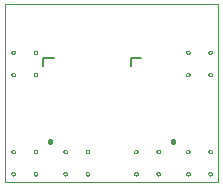
<source format=gto>
G75*
%MOIN*%
%OFA0B0*%
%FSLAX25Y25*%
%IPPOS*%
%LPD*%
%AMOC8*
5,1,8,0,0,1.08239X$1,22.5*
%
%ADD10C,0.00000*%
%ADD11C,0.01600*%
%ADD12C,0.00787*%
D10*
X0002452Y0002452D02*
X0002452Y0061507D01*
X0073318Y0061507D01*
X0073318Y0002452D01*
X0002452Y0002452D01*
X0004459Y0005050D02*
X0004461Y0005098D01*
X0004467Y0005146D01*
X0004477Y0005193D01*
X0004490Y0005239D01*
X0004508Y0005284D01*
X0004528Y0005328D01*
X0004553Y0005370D01*
X0004581Y0005409D01*
X0004611Y0005446D01*
X0004645Y0005480D01*
X0004682Y0005512D01*
X0004720Y0005541D01*
X0004761Y0005566D01*
X0004804Y0005588D01*
X0004849Y0005606D01*
X0004895Y0005620D01*
X0004942Y0005631D01*
X0004990Y0005638D01*
X0005038Y0005641D01*
X0005086Y0005640D01*
X0005134Y0005635D01*
X0005182Y0005626D01*
X0005228Y0005614D01*
X0005273Y0005597D01*
X0005317Y0005577D01*
X0005359Y0005554D01*
X0005399Y0005527D01*
X0005437Y0005497D01*
X0005472Y0005464D01*
X0005504Y0005428D01*
X0005534Y0005390D01*
X0005560Y0005349D01*
X0005582Y0005306D01*
X0005602Y0005262D01*
X0005617Y0005217D01*
X0005629Y0005170D01*
X0005637Y0005122D01*
X0005641Y0005074D01*
X0005641Y0005026D01*
X0005637Y0004978D01*
X0005629Y0004930D01*
X0005617Y0004883D01*
X0005602Y0004838D01*
X0005582Y0004794D01*
X0005560Y0004751D01*
X0005534Y0004710D01*
X0005504Y0004672D01*
X0005472Y0004636D01*
X0005437Y0004603D01*
X0005399Y0004573D01*
X0005359Y0004546D01*
X0005317Y0004523D01*
X0005273Y0004503D01*
X0005228Y0004486D01*
X0005182Y0004474D01*
X0005134Y0004465D01*
X0005086Y0004460D01*
X0005038Y0004459D01*
X0004990Y0004462D01*
X0004942Y0004469D01*
X0004895Y0004480D01*
X0004849Y0004494D01*
X0004804Y0004512D01*
X0004761Y0004534D01*
X0004720Y0004559D01*
X0004682Y0004588D01*
X0004645Y0004620D01*
X0004611Y0004654D01*
X0004581Y0004691D01*
X0004553Y0004730D01*
X0004528Y0004772D01*
X0004508Y0004816D01*
X0004490Y0004861D01*
X0004477Y0004907D01*
X0004467Y0004954D01*
X0004461Y0005002D01*
X0004459Y0005050D01*
X0004459Y0012452D02*
X0004461Y0012500D01*
X0004467Y0012548D01*
X0004477Y0012595D01*
X0004490Y0012641D01*
X0004508Y0012686D01*
X0004528Y0012730D01*
X0004553Y0012772D01*
X0004581Y0012811D01*
X0004611Y0012848D01*
X0004645Y0012882D01*
X0004682Y0012914D01*
X0004720Y0012943D01*
X0004761Y0012968D01*
X0004804Y0012990D01*
X0004849Y0013008D01*
X0004895Y0013022D01*
X0004942Y0013033D01*
X0004990Y0013040D01*
X0005038Y0013043D01*
X0005086Y0013042D01*
X0005134Y0013037D01*
X0005182Y0013028D01*
X0005228Y0013016D01*
X0005273Y0012999D01*
X0005317Y0012979D01*
X0005359Y0012956D01*
X0005399Y0012929D01*
X0005437Y0012899D01*
X0005472Y0012866D01*
X0005504Y0012830D01*
X0005534Y0012792D01*
X0005560Y0012751D01*
X0005582Y0012708D01*
X0005602Y0012664D01*
X0005617Y0012619D01*
X0005629Y0012572D01*
X0005637Y0012524D01*
X0005641Y0012476D01*
X0005641Y0012428D01*
X0005637Y0012380D01*
X0005629Y0012332D01*
X0005617Y0012285D01*
X0005602Y0012240D01*
X0005582Y0012196D01*
X0005560Y0012153D01*
X0005534Y0012112D01*
X0005504Y0012074D01*
X0005472Y0012038D01*
X0005437Y0012005D01*
X0005399Y0011975D01*
X0005359Y0011948D01*
X0005317Y0011925D01*
X0005273Y0011905D01*
X0005228Y0011888D01*
X0005182Y0011876D01*
X0005134Y0011867D01*
X0005086Y0011862D01*
X0005038Y0011861D01*
X0004990Y0011864D01*
X0004942Y0011871D01*
X0004895Y0011882D01*
X0004849Y0011896D01*
X0004804Y0011914D01*
X0004761Y0011936D01*
X0004720Y0011961D01*
X0004682Y0011990D01*
X0004645Y0012022D01*
X0004611Y0012056D01*
X0004581Y0012093D01*
X0004553Y0012132D01*
X0004528Y0012174D01*
X0004508Y0012218D01*
X0004490Y0012263D01*
X0004477Y0012309D01*
X0004467Y0012356D01*
X0004461Y0012404D01*
X0004459Y0012452D01*
X0011861Y0012452D02*
X0011863Y0012500D01*
X0011869Y0012548D01*
X0011879Y0012595D01*
X0011892Y0012641D01*
X0011910Y0012686D01*
X0011930Y0012730D01*
X0011955Y0012772D01*
X0011983Y0012811D01*
X0012013Y0012848D01*
X0012047Y0012882D01*
X0012084Y0012914D01*
X0012122Y0012943D01*
X0012163Y0012968D01*
X0012206Y0012990D01*
X0012251Y0013008D01*
X0012297Y0013022D01*
X0012344Y0013033D01*
X0012392Y0013040D01*
X0012440Y0013043D01*
X0012488Y0013042D01*
X0012536Y0013037D01*
X0012584Y0013028D01*
X0012630Y0013016D01*
X0012675Y0012999D01*
X0012719Y0012979D01*
X0012761Y0012956D01*
X0012801Y0012929D01*
X0012839Y0012899D01*
X0012874Y0012866D01*
X0012906Y0012830D01*
X0012936Y0012792D01*
X0012962Y0012751D01*
X0012984Y0012708D01*
X0013004Y0012664D01*
X0013019Y0012619D01*
X0013031Y0012572D01*
X0013039Y0012524D01*
X0013043Y0012476D01*
X0013043Y0012428D01*
X0013039Y0012380D01*
X0013031Y0012332D01*
X0013019Y0012285D01*
X0013004Y0012240D01*
X0012984Y0012196D01*
X0012962Y0012153D01*
X0012936Y0012112D01*
X0012906Y0012074D01*
X0012874Y0012038D01*
X0012839Y0012005D01*
X0012801Y0011975D01*
X0012761Y0011948D01*
X0012719Y0011925D01*
X0012675Y0011905D01*
X0012630Y0011888D01*
X0012584Y0011876D01*
X0012536Y0011867D01*
X0012488Y0011862D01*
X0012440Y0011861D01*
X0012392Y0011864D01*
X0012344Y0011871D01*
X0012297Y0011882D01*
X0012251Y0011896D01*
X0012206Y0011914D01*
X0012163Y0011936D01*
X0012122Y0011961D01*
X0012084Y0011990D01*
X0012047Y0012022D01*
X0012013Y0012056D01*
X0011983Y0012093D01*
X0011955Y0012132D01*
X0011930Y0012174D01*
X0011910Y0012218D01*
X0011892Y0012263D01*
X0011879Y0012309D01*
X0011869Y0012356D01*
X0011863Y0012404D01*
X0011861Y0012452D01*
X0011861Y0005050D02*
X0011863Y0005098D01*
X0011869Y0005146D01*
X0011879Y0005193D01*
X0011892Y0005239D01*
X0011910Y0005284D01*
X0011930Y0005328D01*
X0011955Y0005370D01*
X0011983Y0005409D01*
X0012013Y0005446D01*
X0012047Y0005480D01*
X0012084Y0005512D01*
X0012122Y0005541D01*
X0012163Y0005566D01*
X0012206Y0005588D01*
X0012251Y0005606D01*
X0012297Y0005620D01*
X0012344Y0005631D01*
X0012392Y0005638D01*
X0012440Y0005641D01*
X0012488Y0005640D01*
X0012536Y0005635D01*
X0012584Y0005626D01*
X0012630Y0005614D01*
X0012675Y0005597D01*
X0012719Y0005577D01*
X0012761Y0005554D01*
X0012801Y0005527D01*
X0012839Y0005497D01*
X0012874Y0005464D01*
X0012906Y0005428D01*
X0012936Y0005390D01*
X0012962Y0005349D01*
X0012984Y0005306D01*
X0013004Y0005262D01*
X0013019Y0005217D01*
X0013031Y0005170D01*
X0013039Y0005122D01*
X0013043Y0005074D01*
X0013043Y0005026D01*
X0013039Y0004978D01*
X0013031Y0004930D01*
X0013019Y0004883D01*
X0013004Y0004838D01*
X0012984Y0004794D01*
X0012962Y0004751D01*
X0012936Y0004710D01*
X0012906Y0004672D01*
X0012874Y0004636D01*
X0012839Y0004603D01*
X0012801Y0004573D01*
X0012761Y0004546D01*
X0012719Y0004523D01*
X0012675Y0004503D01*
X0012630Y0004486D01*
X0012584Y0004474D01*
X0012536Y0004465D01*
X0012488Y0004460D01*
X0012440Y0004459D01*
X0012392Y0004462D01*
X0012344Y0004469D01*
X0012297Y0004480D01*
X0012251Y0004494D01*
X0012206Y0004512D01*
X0012163Y0004534D01*
X0012122Y0004559D01*
X0012084Y0004588D01*
X0012047Y0004620D01*
X0012013Y0004654D01*
X0011983Y0004691D01*
X0011955Y0004730D01*
X0011930Y0004772D01*
X0011910Y0004816D01*
X0011892Y0004861D01*
X0011879Y0004907D01*
X0011869Y0004954D01*
X0011863Y0005002D01*
X0011861Y0005050D01*
X0021782Y0005050D02*
X0021784Y0005098D01*
X0021790Y0005146D01*
X0021800Y0005193D01*
X0021813Y0005239D01*
X0021831Y0005284D01*
X0021851Y0005328D01*
X0021876Y0005370D01*
X0021904Y0005409D01*
X0021934Y0005446D01*
X0021968Y0005480D01*
X0022005Y0005512D01*
X0022043Y0005541D01*
X0022084Y0005566D01*
X0022127Y0005588D01*
X0022172Y0005606D01*
X0022218Y0005620D01*
X0022265Y0005631D01*
X0022313Y0005638D01*
X0022361Y0005641D01*
X0022409Y0005640D01*
X0022457Y0005635D01*
X0022505Y0005626D01*
X0022551Y0005614D01*
X0022596Y0005597D01*
X0022640Y0005577D01*
X0022682Y0005554D01*
X0022722Y0005527D01*
X0022760Y0005497D01*
X0022795Y0005464D01*
X0022827Y0005428D01*
X0022857Y0005390D01*
X0022883Y0005349D01*
X0022905Y0005306D01*
X0022925Y0005262D01*
X0022940Y0005217D01*
X0022952Y0005170D01*
X0022960Y0005122D01*
X0022964Y0005074D01*
X0022964Y0005026D01*
X0022960Y0004978D01*
X0022952Y0004930D01*
X0022940Y0004883D01*
X0022925Y0004838D01*
X0022905Y0004794D01*
X0022883Y0004751D01*
X0022857Y0004710D01*
X0022827Y0004672D01*
X0022795Y0004636D01*
X0022760Y0004603D01*
X0022722Y0004573D01*
X0022682Y0004546D01*
X0022640Y0004523D01*
X0022596Y0004503D01*
X0022551Y0004486D01*
X0022505Y0004474D01*
X0022457Y0004465D01*
X0022409Y0004460D01*
X0022361Y0004459D01*
X0022313Y0004462D01*
X0022265Y0004469D01*
X0022218Y0004480D01*
X0022172Y0004494D01*
X0022127Y0004512D01*
X0022084Y0004534D01*
X0022043Y0004559D01*
X0022005Y0004588D01*
X0021968Y0004620D01*
X0021934Y0004654D01*
X0021904Y0004691D01*
X0021876Y0004730D01*
X0021851Y0004772D01*
X0021831Y0004816D01*
X0021813Y0004861D01*
X0021800Y0004907D01*
X0021790Y0004954D01*
X0021784Y0005002D01*
X0021782Y0005050D01*
X0029183Y0005050D02*
X0029185Y0005098D01*
X0029191Y0005146D01*
X0029201Y0005193D01*
X0029214Y0005239D01*
X0029232Y0005284D01*
X0029252Y0005328D01*
X0029277Y0005370D01*
X0029305Y0005409D01*
X0029335Y0005446D01*
X0029369Y0005480D01*
X0029406Y0005512D01*
X0029444Y0005541D01*
X0029485Y0005566D01*
X0029528Y0005588D01*
X0029573Y0005606D01*
X0029619Y0005620D01*
X0029666Y0005631D01*
X0029714Y0005638D01*
X0029762Y0005641D01*
X0029810Y0005640D01*
X0029858Y0005635D01*
X0029906Y0005626D01*
X0029952Y0005614D01*
X0029997Y0005597D01*
X0030041Y0005577D01*
X0030083Y0005554D01*
X0030123Y0005527D01*
X0030161Y0005497D01*
X0030196Y0005464D01*
X0030228Y0005428D01*
X0030258Y0005390D01*
X0030284Y0005349D01*
X0030306Y0005306D01*
X0030326Y0005262D01*
X0030341Y0005217D01*
X0030353Y0005170D01*
X0030361Y0005122D01*
X0030365Y0005074D01*
X0030365Y0005026D01*
X0030361Y0004978D01*
X0030353Y0004930D01*
X0030341Y0004883D01*
X0030326Y0004838D01*
X0030306Y0004794D01*
X0030284Y0004751D01*
X0030258Y0004710D01*
X0030228Y0004672D01*
X0030196Y0004636D01*
X0030161Y0004603D01*
X0030123Y0004573D01*
X0030083Y0004546D01*
X0030041Y0004523D01*
X0029997Y0004503D01*
X0029952Y0004486D01*
X0029906Y0004474D01*
X0029858Y0004465D01*
X0029810Y0004460D01*
X0029762Y0004459D01*
X0029714Y0004462D01*
X0029666Y0004469D01*
X0029619Y0004480D01*
X0029573Y0004494D01*
X0029528Y0004512D01*
X0029485Y0004534D01*
X0029444Y0004559D01*
X0029406Y0004588D01*
X0029369Y0004620D01*
X0029335Y0004654D01*
X0029305Y0004691D01*
X0029277Y0004730D01*
X0029252Y0004772D01*
X0029232Y0004816D01*
X0029214Y0004861D01*
X0029201Y0004907D01*
X0029191Y0004954D01*
X0029185Y0005002D01*
X0029183Y0005050D01*
X0029183Y0012452D02*
X0029185Y0012500D01*
X0029191Y0012548D01*
X0029201Y0012595D01*
X0029214Y0012641D01*
X0029232Y0012686D01*
X0029252Y0012730D01*
X0029277Y0012772D01*
X0029305Y0012811D01*
X0029335Y0012848D01*
X0029369Y0012882D01*
X0029406Y0012914D01*
X0029444Y0012943D01*
X0029485Y0012968D01*
X0029528Y0012990D01*
X0029573Y0013008D01*
X0029619Y0013022D01*
X0029666Y0013033D01*
X0029714Y0013040D01*
X0029762Y0013043D01*
X0029810Y0013042D01*
X0029858Y0013037D01*
X0029906Y0013028D01*
X0029952Y0013016D01*
X0029997Y0012999D01*
X0030041Y0012979D01*
X0030083Y0012956D01*
X0030123Y0012929D01*
X0030161Y0012899D01*
X0030196Y0012866D01*
X0030228Y0012830D01*
X0030258Y0012792D01*
X0030284Y0012751D01*
X0030306Y0012708D01*
X0030326Y0012664D01*
X0030341Y0012619D01*
X0030353Y0012572D01*
X0030361Y0012524D01*
X0030365Y0012476D01*
X0030365Y0012428D01*
X0030361Y0012380D01*
X0030353Y0012332D01*
X0030341Y0012285D01*
X0030326Y0012240D01*
X0030306Y0012196D01*
X0030284Y0012153D01*
X0030258Y0012112D01*
X0030228Y0012074D01*
X0030196Y0012038D01*
X0030161Y0012005D01*
X0030123Y0011975D01*
X0030083Y0011948D01*
X0030041Y0011925D01*
X0029997Y0011905D01*
X0029952Y0011888D01*
X0029906Y0011876D01*
X0029858Y0011867D01*
X0029810Y0011862D01*
X0029762Y0011861D01*
X0029714Y0011864D01*
X0029666Y0011871D01*
X0029619Y0011882D01*
X0029573Y0011896D01*
X0029528Y0011914D01*
X0029485Y0011936D01*
X0029444Y0011961D01*
X0029406Y0011990D01*
X0029369Y0012022D01*
X0029335Y0012056D01*
X0029305Y0012093D01*
X0029277Y0012132D01*
X0029252Y0012174D01*
X0029232Y0012218D01*
X0029214Y0012263D01*
X0029201Y0012309D01*
X0029191Y0012356D01*
X0029185Y0012404D01*
X0029183Y0012452D01*
X0021782Y0012452D02*
X0021784Y0012500D01*
X0021790Y0012548D01*
X0021800Y0012595D01*
X0021813Y0012641D01*
X0021831Y0012686D01*
X0021851Y0012730D01*
X0021876Y0012772D01*
X0021904Y0012811D01*
X0021934Y0012848D01*
X0021968Y0012882D01*
X0022005Y0012914D01*
X0022043Y0012943D01*
X0022084Y0012968D01*
X0022127Y0012990D01*
X0022172Y0013008D01*
X0022218Y0013022D01*
X0022265Y0013033D01*
X0022313Y0013040D01*
X0022361Y0013043D01*
X0022409Y0013042D01*
X0022457Y0013037D01*
X0022505Y0013028D01*
X0022551Y0013016D01*
X0022596Y0012999D01*
X0022640Y0012979D01*
X0022682Y0012956D01*
X0022722Y0012929D01*
X0022760Y0012899D01*
X0022795Y0012866D01*
X0022827Y0012830D01*
X0022857Y0012792D01*
X0022883Y0012751D01*
X0022905Y0012708D01*
X0022925Y0012664D01*
X0022940Y0012619D01*
X0022952Y0012572D01*
X0022960Y0012524D01*
X0022964Y0012476D01*
X0022964Y0012428D01*
X0022960Y0012380D01*
X0022952Y0012332D01*
X0022940Y0012285D01*
X0022925Y0012240D01*
X0022905Y0012196D01*
X0022883Y0012153D01*
X0022857Y0012112D01*
X0022827Y0012074D01*
X0022795Y0012038D01*
X0022760Y0012005D01*
X0022722Y0011975D01*
X0022682Y0011948D01*
X0022640Y0011925D01*
X0022596Y0011905D01*
X0022551Y0011888D01*
X0022505Y0011876D01*
X0022457Y0011867D01*
X0022409Y0011862D01*
X0022361Y0011861D01*
X0022313Y0011864D01*
X0022265Y0011871D01*
X0022218Y0011882D01*
X0022172Y0011896D01*
X0022127Y0011914D01*
X0022084Y0011936D01*
X0022043Y0011961D01*
X0022005Y0011990D01*
X0021968Y0012022D01*
X0021934Y0012056D01*
X0021904Y0012093D01*
X0021876Y0012132D01*
X0021851Y0012174D01*
X0021831Y0012218D01*
X0021813Y0012263D01*
X0021800Y0012309D01*
X0021790Y0012356D01*
X0021784Y0012404D01*
X0021782Y0012452D01*
X0045404Y0012452D02*
X0045406Y0012500D01*
X0045412Y0012548D01*
X0045422Y0012595D01*
X0045435Y0012641D01*
X0045453Y0012686D01*
X0045473Y0012730D01*
X0045498Y0012772D01*
X0045526Y0012811D01*
X0045556Y0012848D01*
X0045590Y0012882D01*
X0045627Y0012914D01*
X0045665Y0012943D01*
X0045706Y0012968D01*
X0045749Y0012990D01*
X0045794Y0013008D01*
X0045840Y0013022D01*
X0045887Y0013033D01*
X0045935Y0013040D01*
X0045983Y0013043D01*
X0046031Y0013042D01*
X0046079Y0013037D01*
X0046127Y0013028D01*
X0046173Y0013016D01*
X0046218Y0012999D01*
X0046262Y0012979D01*
X0046304Y0012956D01*
X0046344Y0012929D01*
X0046382Y0012899D01*
X0046417Y0012866D01*
X0046449Y0012830D01*
X0046479Y0012792D01*
X0046505Y0012751D01*
X0046527Y0012708D01*
X0046547Y0012664D01*
X0046562Y0012619D01*
X0046574Y0012572D01*
X0046582Y0012524D01*
X0046586Y0012476D01*
X0046586Y0012428D01*
X0046582Y0012380D01*
X0046574Y0012332D01*
X0046562Y0012285D01*
X0046547Y0012240D01*
X0046527Y0012196D01*
X0046505Y0012153D01*
X0046479Y0012112D01*
X0046449Y0012074D01*
X0046417Y0012038D01*
X0046382Y0012005D01*
X0046344Y0011975D01*
X0046304Y0011948D01*
X0046262Y0011925D01*
X0046218Y0011905D01*
X0046173Y0011888D01*
X0046127Y0011876D01*
X0046079Y0011867D01*
X0046031Y0011862D01*
X0045983Y0011861D01*
X0045935Y0011864D01*
X0045887Y0011871D01*
X0045840Y0011882D01*
X0045794Y0011896D01*
X0045749Y0011914D01*
X0045706Y0011936D01*
X0045665Y0011961D01*
X0045627Y0011990D01*
X0045590Y0012022D01*
X0045556Y0012056D01*
X0045526Y0012093D01*
X0045498Y0012132D01*
X0045473Y0012174D01*
X0045453Y0012218D01*
X0045435Y0012263D01*
X0045422Y0012309D01*
X0045412Y0012356D01*
X0045406Y0012404D01*
X0045404Y0012452D01*
X0052805Y0012452D02*
X0052807Y0012500D01*
X0052813Y0012548D01*
X0052823Y0012595D01*
X0052836Y0012641D01*
X0052854Y0012686D01*
X0052874Y0012730D01*
X0052899Y0012772D01*
X0052927Y0012811D01*
X0052957Y0012848D01*
X0052991Y0012882D01*
X0053028Y0012914D01*
X0053066Y0012943D01*
X0053107Y0012968D01*
X0053150Y0012990D01*
X0053195Y0013008D01*
X0053241Y0013022D01*
X0053288Y0013033D01*
X0053336Y0013040D01*
X0053384Y0013043D01*
X0053432Y0013042D01*
X0053480Y0013037D01*
X0053528Y0013028D01*
X0053574Y0013016D01*
X0053619Y0012999D01*
X0053663Y0012979D01*
X0053705Y0012956D01*
X0053745Y0012929D01*
X0053783Y0012899D01*
X0053818Y0012866D01*
X0053850Y0012830D01*
X0053880Y0012792D01*
X0053906Y0012751D01*
X0053928Y0012708D01*
X0053948Y0012664D01*
X0053963Y0012619D01*
X0053975Y0012572D01*
X0053983Y0012524D01*
X0053987Y0012476D01*
X0053987Y0012428D01*
X0053983Y0012380D01*
X0053975Y0012332D01*
X0053963Y0012285D01*
X0053948Y0012240D01*
X0053928Y0012196D01*
X0053906Y0012153D01*
X0053880Y0012112D01*
X0053850Y0012074D01*
X0053818Y0012038D01*
X0053783Y0012005D01*
X0053745Y0011975D01*
X0053705Y0011948D01*
X0053663Y0011925D01*
X0053619Y0011905D01*
X0053574Y0011888D01*
X0053528Y0011876D01*
X0053480Y0011867D01*
X0053432Y0011862D01*
X0053384Y0011861D01*
X0053336Y0011864D01*
X0053288Y0011871D01*
X0053241Y0011882D01*
X0053195Y0011896D01*
X0053150Y0011914D01*
X0053107Y0011936D01*
X0053066Y0011961D01*
X0053028Y0011990D01*
X0052991Y0012022D01*
X0052957Y0012056D01*
X0052927Y0012093D01*
X0052899Y0012132D01*
X0052874Y0012174D01*
X0052854Y0012218D01*
X0052836Y0012263D01*
X0052823Y0012309D01*
X0052813Y0012356D01*
X0052807Y0012404D01*
X0052805Y0012452D01*
X0052805Y0005050D02*
X0052807Y0005098D01*
X0052813Y0005146D01*
X0052823Y0005193D01*
X0052836Y0005239D01*
X0052854Y0005284D01*
X0052874Y0005328D01*
X0052899Y0005370D01*
X0052927Y0005409D01*
X0052957Y0005446D01*
X0052991Y0005480D01*
X0053028Y0005512D01*
X0053066Y0005541D01*
X0053107Y0005566D01*
X0053150Y0005588D01*
X0053195Y0005606D01*
X0053241Y0005620D01*
X0053288Y0005631D01*
X0053336Y0005638D01*
X0053384Y0005641D01*
X0053432Y0005640D01*
X0053480Y0005635D01*
X0053528Y0005626D01*
X0053574Y0005614D01*
X0053619Y0005597D01*
X0053663Y0005577D01*
X0053705Y0005554D01*
X0053745Y0005527D01*
X0053783Y0005497D01*
X0053818Y0005464D01*
X0053850Y0005428D01*
X0053880Y0005390D01*
X0053906Y0005349D01*
X0053928Y0005306D01*
X0053948Y0005262D01*
X0053963Y0005217D01*
X0053975Y0005170D01*
X0053983Y0005122D01*
X0053987Y0005074D01*
X0053987Y0005026D01*
X0053983Y0004978D01*
X0053975Y0004930D01*
X0053963Y0004883D01*
X0053948Y0004838D01*
X0053928Y0004794D01*
X0053906Y0004751D01*
X0053880Y0004710D01*
X0053850Y0004672D01*
X0053818Y0004636D01*
X0053783Y0004603D01*
X0053745Y0004573D01*
X0053705Y0004546D01*
X0053663Y0004523D01*
X0053619Y0004503D01*
X0053574Y0004486D01*
X0053528Y0004474D01*
X0053480Y0004465D01*
X0053432Y0004460D01*
X0053384Y0004459D01*
X0053336Y0004462D01*
X0053288Y0004469D01*
X0053241Y0004480D01*
X0053195Y0004494D01*
X0053150Y0004512D01*
X0053107Y0004534D01*
X0053066Y0004559D01*
X0053028Y0004588D01*
X0052991Y0004620D01*
X0052957Y0004654D01*
X0052927Y0004691D01*
X0052899Y0004730D01*
X0052874Y0004772D01*
X0052854Y0004816D01*
X0052836Y0004861D01*
X0052823Y0004907D01*
X0052813Y0004954D01*
X0052807Y0005002D01*
X0052805Y0005050D01*
X0045404Y0005050D02*
X0045406Y0005098D01*
X0045412Y0005146D01*
X0045422Y0005193D01*
X0045435Y0005239D01*
X0045453Y0005284D01*
X0045473Y0005328D01*
X0045498Y0005370D01*
X0045526Y0005409D01*
X0045556Y0005446D01*
X0045590Y0005480D01*
X0045627Y0005512D01*
X0045665Y0005541D01*
X0045706Y0005566D01*
X0045749Y0005588D01*
X0045794Y0005606D01*
X0045840Y0005620D01*
X0045887Y0005631D01*
X0045935Y0005638D01*
X0045983Y0005641D01*
X0046031Y0005640D01*
X0046079Y0005635D01*
X0046127Y0005626D01*
X0046173Y0005614D01*
X0046218Y0005597D01*
X0046262Y0005577D01*
X0046304Y0005554D01*
X0046344Y0005527D01*
X0046382Y0005497D01*
X0046417Y0005464D01*
X0046449Y0005428D01*
X0046479Y0005390D01*
X0046505Y0005349D01*
X0046527Y0005306D01*
X0046547Y0005262D01*
X0046562Y0005217D01*
X0046574Y0005170D01*
X0046582Y0005122D01*
X0046586Y0005074D01*
X0046586Y0005026D01*
X0046582Y0004978D01*
X0046574Y0004930D01*
X0046562Y0004883D01*
X0046547Y0004838D01*
X0046527Y0004794D01*
X0046505Y0004751D01*
X0046479Y0004710D01*
X0046449Y0004672D01*
X0046417Y0004636D01*
X0046382Y0004603D01*
X0046344Y0004573D01*
X0046304Y0004546D01*
X0046262Y0004523D01*
X0046218Y0004503D01*
X0046173Y0004486D01*
X0046127Y0004474D01*
X0046079Y0004465D01*
X0046031Y0004460D01*
X0045983Y0004459D01*
X0045935Y0004462D01*
X0045887Y0004469D01*
X0045840Y0004480D01*
X0045794Y0004494D01*
X0045749Y0004512D01*
X0045706Y0004534D01*
X0045665Y0004559D01*
X0045627Y0004588D01*
X0045590Y0004620D01*
X0045556Y0004654D01*
X0045526Y0004691D01*
X0045498Y0004730D01*
X0045473Y0004772D01*
X0045453Y0004816D01*
X0045435Y0004861D01*
X0045422Y0004907D01*
X0045412Y0004954D01*
X0045406Y0005002D01*
X0045404Y0005050D01*
X0062727Y0005050D02*
X0062729Y0005098D01*
X0062735Y0005146D01*
X0062745Y0005193D01*
X0062758Y0005239D01*
X0062776Y0005284D01*
X0062796Y0005328D01*
X0062821Y0005370D01*
X0062849Y0005409D01*
X0062879Y0005446D01*
X0062913Y0005480D01*
X0062950Y0005512D01*
X0062988Y0005541D01*
X0063029Y0005566D01*
X0063072Y0005588D01*
X0063117Y0005606D01*
X0063163Y0005620D01*
X0063210Y0005631D01*
X0063258Y0005638D01*
X0063306Y0005641D01*
X0063354Y0005640D01*
X0063402Y0005635D01*
X0063450Y0005626D01*
X0063496Y0005614D01*
X0063541Y0005597D01*
X0063585Y0005577D01*
X0063627Y0005554D01*
X0063667Y0005527D01*
X0063705Y0005497D01*
X0063740Y0005464D01*
X0063772Y0005428D01*
X0063802Y0005390D01*
X0063828Y0005349D01*
X0063850Y0005306D01*
X0063870Y0005262D01*
X0063885Y0005217D01*
X0063897Y0005170D01*
X0063905Y0005122D01*
X0063909Y0005074D01*
X0063909Y0005026D01*
X0063905Y0004978D01*
X0063897Y0004930D01*
X0063885Y0004883D01*
X0063870Y0004838D01*
X0063850Y0004794D01*
X0063828Y0004751D01*
X0063802Y0004710D01*
X0063772Y0004672D01*
X0063740Y0004636D01*
X0063705Y0004603D01*
X0063667Y0004573D01*
X0063627Y0004546D01*
X0063585Y0004523D01*
X0063541Y0004503D01*
X0063496Y0004486D01*
X0063450Y0004474D01*
X0063402Y0004465D01*
X0063354Y0004460D01*
X0063306Y0004459D01*
X0063258Y0004462D01*
X0063210Y0004469D01*
X0063163Y0004480D01*
X0063117Y0004494D01*
X0063072Y0004512D01*
X0063029Y0004534D01*
X0062988Y0004559D01*
X0062950Y0004588D01*
X0062913Y0004620D01*
X0062879Y0004654D01*
X0062849Y0004691D01*
X0062821Y0004730D01*
X0062796Y0004772D01*
X0062776Y0004816D01*
X0062758Y0004861D01*
X0062745Y0004907D01*
X0062735Y0004954D01*
X0062729Y0005002D01*
X0062727Y0005050D01*
X0062727Y0012452D02*
X0062729Y0012500D01*
X0062735Y0012548D01*
X0062745Y0012595D01*
X0062758Y0012641D01*
X0062776Y0012686D01*
X0062796Y0012730D01*
X0062821Y0012772D01*
X0062849Y0012811D01*
X0062879Y0012848D01*
X0062913Y0012882D01*
X0062950Y0012914D01*
X0062988Y0012943D01*
X0063029Y0012968D01*
X0063072Y0012990D01*
X0063117Y0013008D01*
X0063163Y0013022D01*
X0063210Y0013033D01*
X0063258Y0013040D01*
X0063306Y0013043D01*
X0063354Y0013042D01*
X0063402Y0013037D01*
X0063450Y0013028D01*
X0063496Y0013016D01*
X0063541Y0012999D01*
X0063585Y0012979D01*
X0063627Y0012956D01*
X0063667Y0012929D01*
X0063705Y0012899D01*
X0063740Y0012866D01*
X0063772Y0012830D01*
X0063802Y0012792D01*
X0063828Y0012751D01*
X0063850Y0012708D01*
X0063870Y0012664D01*
X0063885Y0012619D01*
X0063897Y0012572D01*
X0063905Y0012524D01*
X0063909Y0012476D01*
X0063909Y0012428D01*
X0063905Y0012380D01*
X0063897Y0012332D01*
X0063885Y0012285D01*
X0063870Y0012240D01*
X0063850Y0012196D01*
X0063828Y0012153D01*
X0063802Y0012112D01*
X0063772Y0012074D01*
X0063740Y0012038D01*
X0063705Y0012005D01*
X0063667Y0011975D01*
X0063627Y0011948D01*
X0063585Y0011925D01*
X0063541Y0011905D01*
X0063496Y0011888D01*
X0063450Y0011876D01*
X0063402Y0011867D01*
X0063354Y0011862D01*
X0063306Y0011861D01*
X0063258Y0011864D01*
X0063210Y0011871D01*
X0063163Y0011882D01*
X0063117Y0011896D01*
X0063072Y0011914D01*
X0063029Y0011936D01*
X0062988Y0011961D01*
X0062950Y0011990D01*
X0062913Y0012022D01*
X0062879Y0012056D01*
X0062849Y0012093D01*
X0062821Y0012132D01*
X0062796Y0012174D01*
X0062776Y0012218D01*
X0062758Y0012263D01*
X0062745Y0012309D01*
X0062735Y0012356D01*
X0062729Y0012404D01*
X0062727Y0012452D01*
X0070128Y0012452D02*
X0070130Y0012500D01*
X0070136Y0012548D01*
X0070146Y0012595D01*
X0070159Y0012641D01*
X0070177Y0012686D01*
X0070197Y0012730D01*
X0070222Y0012772D01*
X0070250Y0012811D01*
X0070280Y0012848D01*
X0070314Y0012882D01*
X0070351Y0012914D01*
X0070389Y0012943D01*
X0070430Y0012968D01*
X0070473Y0012990D01*
X0070518Y0013008D01*
X0070564Y0013022D01*
X0070611Y0013033D01*
X0070659Y0013040D01*
X0070707Y0013043D01*
X0070755Y0013042D01*
X0070803Y0013037D01*
X0070851Y0013028D01*
X0070897Y0013016D01*
X0070942Y0012999D01*
X0070986Y0012979D01*
X0071028Y0012956D01*
X0071068Y0012929D01*
X0071106Y0012899D01*
X0071141Y0012866D01*
X0071173Y0012830D01*
X0071203Y0012792D01*
X0071229Y0012751D01*
X0071251Y0012708D01*
X0071271Y0012664D01*
X0071286Y0012619D01*
X0071298Y0012572D01*
X0071306Y0012524D01*
X0071310Y0012476D01*
X0071310Y0012428D01*
X0071306Y0012380D01*
X0071298Y0012332D01*
X0071286Y0012285D01*
X0071271Y0012240D01*
X0071251Y0012196D01*
X0071229Y0012153D01*
X0071203Y0012112D01*
X0071173Y0012074D01*
X0071141Y0012038D01*
X0071106Y0012005D01*
X0071068Y0011975D01*
X0071028Y0011948D01*
X0070986Y0011925D01*
X0070942Y0011905D01*
X0070897Y0011888D01*
X0070851Y0011876D01*
X0070803Y0011867D01*
X0070755Y0011862D01*
X0070707Y0011861D01*
X0070659Y0011864D01*
X0070611Y0011871D01*
X0070564Y0011882D01*
X0070518Y0011896D01*
X0070473Y0011914D01*
X0070430Y0011936D01*
X0070389Y0011961D01*
X0070351Y0011990D01*
X0070314Y0012022D01*
X0070280Y0012056D01*
X0070250Y0012093D01*
X0070222Y0012132D01*
X0070197Y0012174D01*
X0070177Y0012218D01*
X0070159Y0012263D01*
X0070146Y0012309D01*
X0070136Y0012356D01*
X0070130Y0012404D01*
X0070128Y0012452D01*
X0070128Y0005050D02*
X0070130Y0005098D01*
X0070136Y0005146D01*
X0070146Y0005193D01*
X0070159Y0005239D01*
X0070177Y0005284D01*
X0070197Y0005328D01*
X0070222Y0005370D01*
X0070250Y0005409D01*
X0070280Y0005446D01*
X0070314Y0005480D01*
X0070351Y0005512D01*
X0070389Y0005541D01*
X0070430Y0005566D01*
X0070473Y0005588D01*
X0070518Y0005606D01*
X0070564Y0005620D01*
X0070611Y0005631D01*
X0070659Y0005638D01*
X0070707Y0005641D01*
X0070755Y0005640D01*
X0070803Y0005635D01*
X0070851Y0005626D01*
X0070897Y0005614D01*
X0070942Y0005597D01*
X0070986Y0005577D01*
X0071028Y0005554D01*
X0071068Y0005527D01*
X0071106Y0005497D01*
X0071141Y0005464D01*
X0071173Y0005428D01*
X0071203Y0005390D01*
X0071229Y0005349D01*
X0071251Y0005306D01*
X0071271Y0005262D01*
X0071286Y0005217D01*
X0071298Y0005170D01*
X0071306Y0005122D01*
X0071310Y0005074D01*
X0071310Y0005026D01*
X0071306Y0004978D01*
X0071298Y0004930D01*
X0071286Y0004883D01*
X0071271Y0004838D01*
X0071251Y0004794D01*
X0071229Y0004751D01*
X0071203Y0004710D01*
X0071173Y0004672D01*
X0071141Y0004636D01*
X0071106Y0004603D01*
X0071068Y0004573D01*
X0071028Y0004546D01*
X0070986Y0004523D01*
X0070942Y0004503D01*
X0070897Y0004486D01*
X0070851Y0004474D01*
X0070803Y0004465D01*
X0070755Y0004460D01*
X0070707Y0004459D01*
X0070659Y0004462D01*
X0070611Y0004469D01*
X0070564Y0004480D01*
X0070518Y0004494D01*
X0070473Y0004512D01*
X0070430Y0004534D01*
X0070389Y0004559D01*
X0070351Y0004588D01*
X0070314Y0004620D01*
X0070280Y0004654D01*
X0070250Y0004691D01*
X0070222Y0004730D01*
X0070197Y0004772D01*
X0070177Y0004816D01*
X0070159Y0004861D01*
X0070146Y0004907D01*
X0070136Y0004954D01*
X0070130Y0005002D01*
X0070128Y0005050D01*
X0070128Y0038121D02*
X0070130Y0038169D01*
X0070136Y0038217D01*
X0070146Y0038264D01*
X0070159Y0038310D01*
X0070177Y0038355D01*
X0070197Y0038399D01*
X0070222Y0038441D01*
X0070250Y0038480D01*
X0070280Y0038517D01*
X0070314Y0038551D01*
X0070351Y0038583D01*
X0070389Y0038612D01*
X0070430Y0038637D01*
X0070473Y0038659D01*
X0070518Y0038677D01*
X0070564Y0038691D01*
X0070611Y0038702D01*
X0070659Y0038709D01*
X0070707Y0038712D01*
X0070755Y0038711D01*
X0070803Y0038706D01*
X0070851Y0038697D01*
X0070897Y0038685D01*
X0070942Y0038668D01*
X0070986Y0038648D01*
X0071028Y0038625D01*
X0071068Y0038598D01*
X0071106Y0038568D01*
X0071141Y0038535D01*
X0071173Y0038499D01*
X0071203Y0038461D01*
X0071229Y0038420D01*
X0071251Y0038377D01*
X0071271Y0038333D01*
X0071286Y0038288D01*
X0071298Y0038241D01*
X0071306Y0038193D01*
X0071310Y0038145D01*
X0071310Y0038097D01*
X0071306Y0038049D01*
X0071298Y0038001D01*
X0071286Y0037954D01*
X0071271Y0037909D01*
X0071251Y0037865D01*
X0071229Y0037822D01*
X0071203Y0037781D01*
X0071173Y0037743D01*
X0071141Y0037707D01*
X0071106Y0037674D01*
X0071068Y0037644D01*
X0071028Y0037617D01*
X0070986Y0037594D01*
X0070942Y0037574D01*
X0070897Y0037557D01*
X0070851Y0037545D01*
X0070803Y0037536D01*
X0070755Y0037531D01*
X0070707Y0037530D01*
X0070659Y0037533D01*
X0070611Y0037540D01*
X0070564Y0037551D01*
X0070518Y0037565D01*
X0070473Y0037583D01*
X0070430Y0037605D01*
X0070389Y0037630D01*
X0070351Y0037659D01*
X0070314Y0037691D01*
X0070280Y0037725D01*
X0070250Y0037762D01*
X0070222Y0037801D01*
X0070197Y0037843D01*
X0070177Y0037887D01*
X0070159Y0037932D01*
X0070146Y0037978D01*
X0070136Y0038025D01*
X0070130Y0038073D01*
X0070128Y0038121D01*
X0062727Y0038121D02*
X0062729Y0038169D01*
X0062735Y0038217D01*
X0062745Y0038264D01*
X0062758Y0038310D01*
X0062776Y0038355D01*
X0062796Y0038399D01*
X0062821Y0038441D01*
X0062849Y0038480D01*
X0062879Y0038517D01*
X0062913Y0038551D01*
X0062950Y0038583D01*
X0062988Y0038612D01*
X0063029Y0038637D01*
X0063072Y0038659D01*
X0063117Y0038677D01*
X0063163Y0038691D01*
X0063210Y0038702D01*
X0063258Y0038709D01*
X0063306Y0038712D01*
X0063354Y0038711D01*
X0063402Y0038706D01*
X0063450Y0038697D01*
X0063496Y0038685D01*
X0063541Y0038668D01*
X0063585Y0038648D01*
X0063627Y0038625D01*
X0063667Y0038598D01*
X0063705Y0038568D01*
X0063740Y0038535D01*
X0063772Y0038499D01*
X0063802Y0038461D01*
X0063828Y0038420D01*
X0063850Y0038377D01*
X0063870Y0038333D01*
X0063885Y0038288D01*
X0063897Y0038241D01*
X0063905Y0038193D01*
X0063909Y0038145D01*
X0063909Y0038097D01*
X0063905Y0038049D01*
X0063897Y0038001D01*
X0063885Y0037954D01*
X0063870Y0037909D01*
X0063850Y0037865D01*
X0063828Y0037822D01*
X0063802Y0037781D01*
X0063772Y0037743D01*
X0063740Y0037707D01*
X0063705Y0037674D01*
X0063667Y0037644D01*
X0063627Y0037617D01*
X0063585Y0037594D01*
X0063541Y0037574D01*
X0063496Y0037557D01*
X0063450Y0037545D01*
X0063402Y0037536D01*
X0063354Y0037531D01*
X0063306Y0037530D01*
X0063258Y0037533D01*
X0063210Y0037540D01*
X0063163Y0037551D01*
X0063117Y0037565D01*
X0063072Y0037583D01*
X0063029Y0037605D01*
X0062988Y0037630D01*
X0062950Y0037659D01*
X0062913Y0037691D01*
X0062879Y0037725D01*
X0062849Y0037762D01*
X0062821Y0037801D01*
X0062796Y0037843D01*
X0062776Y0037887D01*
X0062758Y0037932D01*
X0062745Y0037978D01*
X0062735Y0038025D01*
X0062729Y0038073D01*
X0062727Y0038121D01*
X0062727Y0045522D02*
X0062729Y0045570D01*
X0062735Y0045618D01*
X0062745Y0045665D01*
X0062758Y0045711D01*
X0062776Y0045756D01*
X0062796Y0045800D01*
X0062821Y0045842D01*
X0062849Y0045881D01*
X0062879Y0045918D01*
X0062913Y0045952D01*
X0062950Y0045984D01*
X0062988Y0046013D01*
X0063029Y0046038D01*
X0063072Y0046060D01*
X0063117Y0046078D01*
X0063163Y0046092D01*
X0063210Y0046103D01*
X0063258Y0046110D01*
X0063306Y0046113D01*
X0063354Y0046112D01*
X0063402Y0046107D01*
X0063450Y0046098D01*
X0063496Y0046086D01*
X0063541Y0046069D01*
X0063585Y0046049D01*
X0063627Y0046026D01*
X0063667Y0045999D01*
X0063705Y0045969D01*
X0063740Y0045936D01*
X0063772Y0045900D01*
X0063802Y0045862D01*
X0063828Y0045821D01*
X0063850Y0045778D01*
X0063870Y0045734D01*
X0063885Y0045689D01*
X0063897Y0045642D01*
X0063905Y0045594D01*
X0063909Y0045546D01*
X0063909Y0045498D01*
X0063905Y0045450D01*
X0063897Y0045402D01*
X0063885Y0045355D01*
X0063870Y0045310D01*
X0063850Y0045266D01*
X0063828Y0045223D01*
X0063802Y0045182D01*
X0063772Y0045144D01*
X0063740Y0045108D01*
X0063705Y0045075D01*
X0063667Y0045045D01*
X0063627Y0045018D01*
X0063585Y0044995D01*
X0063541Y0044975D01*
X0063496Y0044958D01*
X0063450Y0044946D01*
X0063402Y0044937D01*
X0063354Y0044932D01*
X0063306Y0044931D01*
X0063258Y0044934D01*
X0063210Y0044941D01*
X0063163Y0044952D01*
X0063117Y0044966D01*
X0063072Y0044984D01*
X0063029Y0045006D01*
X0062988Y0045031D01*
X0062950Y0045060D01*
X0062913Y0045092D01*
X0062879Y0045126D01*
X0062849Y0045163D01*
X0062821Y0045202D01*
X0062796Y0045244D01*
X0062776Y0045288D01*
X0062758Y0045333D01*
X0062745Y0045379D01*
X0062735Y0045426D01*
X0062729Y0045474D01*
X0062727Y0045522D01*
X0070128Y0045522D02*
X0070130Y0045570D01*
X0070136Y0045618D01*
X0070146Y0045665D01*
X0070159Y0045711D01*
X0070177Y0045756D01*
X0070197Y0045800D01*
X0070222Y0045842D01*
X0070250Y0045881D01*
X0070280Y0045918D01*
X0070314Y0045952D01*
X0070351Y0045984D01*
X0070389Y0046013D01*
X0070430Y0046038D01*
X0070473Y0046060D01*
X0070518Y0046078D01*
X0070564Y0046092D01*
X0070611Y0046103D01*
X0070659Y0046110D01*
X0070707Y0046113D01*
X0070755Y0046112D01*
X0070803Y0046107D01*
X0070851Y0046098D01*
X0070897Y0046086D01*
X0070942Y0046069D01*
X0070986Y0046049D01*
X0071028Y0046026D01*
X0071068Y0045999D01*
X0071106Y0045969D01*
X0071141Y0045936D01*
X0071173Y0045900D01*
X0071203Y0045862D01*
X0071229Y0045821D01*
X0071251Y0045778D01*
X0071271Y0045734D01*
X0071286Y0045689D01*
X0071298Y0045642D01*
X0071306Y0045594D01*
X0071310Y0045546D01*
X0071310Y0045498D01*
X0071306Y0045450D01*
X0071298Y0045402D01*
X0071286Y0045355D01*
X0071271Y0045310D01*
X0071251Y0045266D01*
X0071229Y0045223D01*
X0071203Y0045182D01*
X0071173Y0045144D01*
X0071141Y0045108D01*
X0071106Y0045075D01*
X0071068Y0045045D01*
X0071028Y0045018D01*
X0070986Y0044995D01*
X0070942Y0044975D01*
X0070897Y0044958D01*
X0070851Y0044946D01*
X0070803Y0044937D01*
X0070755Y0044932D01*
X0070707Y0044931D01*
X0070659Y0044934D01*
X0070611Y0044941D01*
X0070564Y0044952D01*
X0070518Y0044966D01*
X0070473Y0044984D01*
X0070430Y0045006D01*
X0070389Y0045031D01*
X0070351Y0045060D01*
X0070314Y0045092D01*
X0070280Y0045126D01*
X0070250Y0045163D01*
X0070222Y0045202D01*
X0070197Y0045244D01*
X0070177Y0045288D01*
X0070159Y0045333D01*
X0070146Y0045379D01*
X0070136Y0045426D01*
X0070130Y0045474D01*
X0070128Y0045522D01*
X0011861Y0045522D02*
X0011863Y0045570D01*
X0011869Y0045618D01*
X0011879Y0045665D01*
X0011892Y0045711D01*
X0011910Y0045756D01*
X0011930Y0045800D01*
X0011955Y0045842D01*
X0011983Y0045881D01*
X0012013Y0045918D01*
X0012047Y0045952D01*
X0012084Y0045984D01*
X0012122Y0046013D01*
X0012163Y0046038D01*
X0012206Y0046060D01*
X0012251Y0046078D01*
X0012297Y0046092D01*
X0012344Y0046103D01*
X0012392Y0046110D01*
X0012440Y0046113D01*
X0012488Y0046112D01*
X0012536Y0046107D01*
X0012584Y0046098D01*
X0012630Y0046086D01*
X0012675Y0046069D01*
X0012719Y0046049D01*
X0012761Y0046026D01*
X0012801Y0045999D01*
X0012839Y0045969D01*
X0012874Y0045936D01*
X0012906Y0045900D01*
X0012936Y0045862D01*
X0012962Y0045821D01*
X0012984Y0045778D01*
X0013004Y0045734D01*
X0013019Y0045689D01*
X0013031Y0045642D01*
X0013039Y0045594D01*
X0013043Y0045546D01*
X0013043Y0045498D01*
X0013039Y0045450D01*
X0013031Y0045402D01*
X0013019Y0045355D01*
X0013004Y0045310D01*
X0012984Y0045266D01*
X0012962Y0045223D01*
X0012936Y0045182D01*
X0012906Y0045144D01*
X0012874Y0045108D01*
X0012839Y0045075D01*
X0012801Y0045045D01*
X0012761Y0045018D01*
X0012719Y0044995D01*
X0012675Y0044975D01*
X0012630Y0044958D01*
X0012584Y0044946D01*
X0012536Y0044937D01*
X0012488Y0044932D01*
X0012440Y0044931D01*
X0012392Y0044934D01*
X0012344Y0044941D01*
X0012297Y0044952D01*
X0012251Y0044966D01*
X0012206Y0044984D01*
X0012163Y0045006D01*
X0012122Y0045031D01*
X0012084Y0045060D01*
X0012047Y0045092D01*
X0012013Y0045126D01*
X0011983Y0045163D01*
X0011955Y0045202D01*
X0011930Y0045244D01*
X0011910Y0045288D01*
X0011892Y0045333D01*
X0011879Y0045379D01*
X0011869Y0045426D01*
X0011863Y0045474D01*
X0011861Y0045522D01*
X0004459Y0045522D02*
X0004461Y0045570D01*
X0004467Y0045618D01*
X0004477Y0045665D01*
X0004490Y0045711D01*
X0004508Y0045756D01*
X0004528Y0045800D01*
X0004553Y0045842D01*
X0004581Y0045881D01*
X0004611Y0045918D01*
X0004645Y0045952D01*
X0004682Y0045984D01*
X0004720Y0046013D01*
X0004761Y0046038D01*
X0004804Y0046060D01*
X0004849Y0046078D01*
X0004895Y0046092D01*
X0004942Y0046103D01*
X0004990Y0046110D01*
X0005038Y0046113D01*
X0005086Y0046112D01*
X0005134Y0046107D01*
X0005182Y0046098D01*
X0005228Y0046086D01*
X0005273Y0046069D01*
X0005317Y0046049D01*
X0005359Y0046026D01*
X0005399Y0045999D01*
X0005437Y0045969D01*
X0005472Y0045936D01*
X0005504Y0045900D01*
X0005534Y0045862D01*
X0005560Y0045821D01*
X0005582Y0045778D01*
X0005602Y0045734D01*
X0005617Y0045689D01*
X0005629Y0045642D01*
X0005637Y0045594D01*
X0005641Y0045546D01*
X0005641Y0045498D01*
X0005637Y0045450D01*
X0005629Y0045402D01*
X0005617Y0045355D01*
X0005602Y0045310D01*
X0005582Y0045266D01*
X0005560Y0045223D01*
X0005534Y0045182D01*
X0005504Y0045144D01*
X0005472Y0045108D01*
X0005437Y0045075D01*
X0005399Y0045045D01*
X0005359Y0045018D01*
X0005317Y0044995D01*
X0005273Y0044975D01*
X0005228Y0044958D01*
X0005182Y0044946D01*
X0005134Y0044937D01*
X0005086Y0044932D01*
X0005038Y0044931D01*
X0004990Y0044934D01*
X0004942Y0044941D01*
X0004895Y0044952D01*
X0004849Y0044966D01*
X0004804Y0044984D01*
X0004761Y0045006D01*
X0004720Y0045031D01*
X0004682Y0045060D01*
X0004645Y0045092D01*
X0004611Y0045126D01*
X0004581Y0045163D01*
X0004553Y0045202D01*
X0004528Y0045244D01*
X0004508Y0045288D01*
X0004490Y0045333D01*
X0004477Y0045379D01*
X0004467Y0045426D01*
X0004461Y0045474D01*
X0004459Y0045522D01*
X0004459Y0038121D02*
X0004461Y0038169D01*
X0004467Y0038217D01*
X0004477Y0038264D01*
X0004490Y0038310D01*
X0004508Y0038355D01*
X0004528Y0038399D01*
X0004553Y0038441D01*
X0004581Y0038480D01*
X0004611Y0038517D01*
X0004645Y0038551D01*
X0004682Y0038583D01*
X0004720Y0038612D01*
X0004761Y0038637D01*
X0004804Y0038659D01*
X0004849Y0038677D01*
X0004895Y0038691D01*
X0004942Y0038702D01*
X0004990Y0038709D01*
X0005038Y0038712D01*
X0005086Y0038711D01*
X0005134Y0038706D01*
X0005182Y0038697D01*
X0005228Y0038685D01*
X0005273Y0038668D01*
X0005317Y0038648D01*
X0005359Y0038625D01*
X0005399Y0038598D01*
X0005437Y0038568D01*
X0005472Y0038535D01*
X0005504Y0038499D01*
X0005534Y0038461D01*
X0005560Y0038420D01*
X0005582Y0038377D01*
X0005602Y0038333D01*
X0005617Y0038288D01*
X0005629Y0038241D01*
X0005637Y0038193D01*
X0005641Y0038145D01*
X0005641Y0038097D01*
X0005637Y0038049D01*
X0005629Y0038001D01*
X0005617Y0037954D01*
X0005602Y0037909D01*
X0005582Y0037865D01*
X0005560Y0037822D01*
X0005534Y0037781D01*
X0005504Y0037743D01*
X0005472Y0037707D01*
X0005437Y0037674D01*
X0005399Y0037644D01*
X0005359Y0037617D01*
X0005317Y0037594D01*
X0005273Y0037574D01*
X0005228Y0037557D01*
X0005182Y0037545D01*
X0005134Y0037536D01*
X0005086Y0037531D01*
X0005038Y0037530D01*
X0004990Y0037533D01*
X0004942Y0037540D01*
X0004895Y0037551D01*
X0004849Y0037565D01*
X0004804Y0037583D01*
X0004761Y0037605D01*
X0004720Y0037630D01*
X0004682Y0037659D01*
X0004645Y0037691D01*
X0004611Y0037725D01*
X0004581Y0037762D01*
X0004553Y0037801D01*
X0004528Y0037843D01*
X0004508Y0037887D01*
X0004490Y0037932D01*
X0004477Y0037978D01*
X0004467Y0038025D01*
X0004461Y0038073D01*
X0004459Y0038121D01*
X0011861Y0038121D02*
X0011863Y0038169D01*
X0011869Y0038217D01*
X0011879Y0038264D01*
X0011892Y0038310D01*
X0011910Y0038355D01*
X0011930Y0038399D01*
X0011955Y0038441D01*
X0011983Y0038480D01*
X0012013Y0038517D01*
X0012047Y0038551D01*
X0012084Y0038583D01*
X0012122Y0038612D01*
X0012163Y0038637D01*
X0012206Y0038659D01*
X0012251Y0038677D01*
X0012297Y0038691D01*
X0012344Y0038702D01*
X0012392Y0038709D01*
X0012440Y0038712D01*
X0012488Y0038711D01*
X0012536Y0038706D01*
X0012584Y0038697D01*
X0012630Y0038685D01*
X0012675Y0038668D01*
X0012719Y0038648D01*
X0012761Y0038625D01*
X0012801Y0038598D01*
X0012839Y0038568D01*
X0012874Y0038535D01*
X0012906Y0038499D01*
X0012936Y0038461D01*
X0012962Y0038420D01*
X0012984Y0038377D01*
X0013004Y0038333D01*
X0013019Y0038288D01*
X0013031Y0038241D01*
X0013039Y0038193D01*
X0013043Y0038145D01*
X0013043Y0038097D01*
X0013039Y0038049D01*
X0013031Y0038001D01*
X0013019Y0037954D01*
X0013004Y0037909D01*
X0012984Y0037865D01*
X0012962Y0037822D01*
X0012936Y0037781D01*
X0012906Y0037743D01*
X0012874Y0037707D01*
X0012839Y0037674D01*
X0012801Y0037644D01*
X0012761Y0037617D01*
X0012719Y0037594D01*
X0012675Y0037574D01*
X0012630Y0037557D01*
X0012584Y0037545D01*
X0012536Y0037536D01*
X0012488Y0037531D01*
X0012440Y0037530D01*
X0012392Y0037533D01*
X0012344Y0037540D01*
X0012297Y0037551D01*
X0012251Y0037565D01*
X0012206Y0037583D01*
X0012163Y0037605D01*
X0012122Y0037630D01*
X0012084Y0037659D01*
X0012047Y0037691D01*
X0012013Y0037725D01*
X0011983Y0037762D01*
X0011955Y0037801D01*
X0011930Y0037843D01*
X0011910Y0037887D01*
X0011892Y0037932D01*
X0011879Y0037978D01*
X0011869Y0038025D01*
X0011863Y0038073D01*
X0011861Y0038121D01*
D11*
X0017412Y0015918D02*
X0017412Y0015678D01*
X0058357Y0015678D02*
X0058357Y0015918D01*
D12*
X0044184Y0041034D02*
X0044184Y0043790D01*
X0047727Y0043790D01*
X0018593Y0043790D02*
X0015050Y0043790D01*
X0015050Y0041034D01*
M02*

</source>
